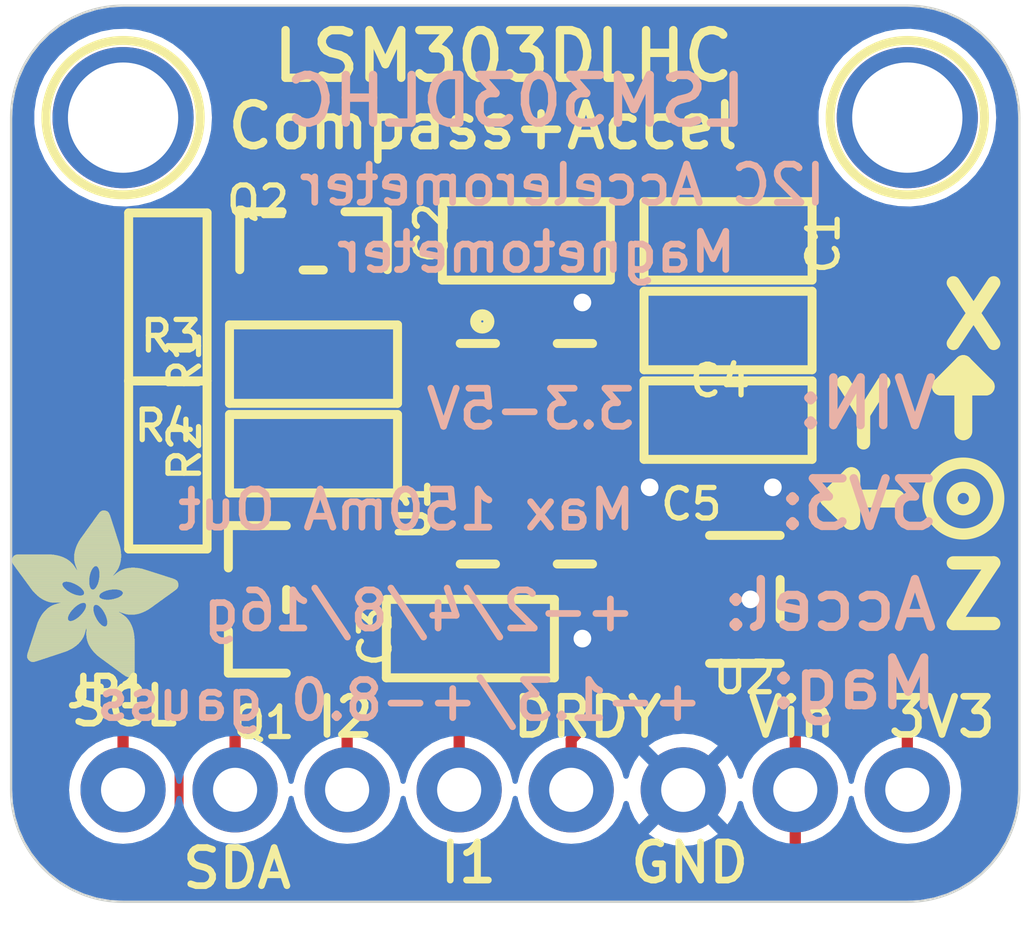
<source format=kicad_pcb>
(kicad_pcb (version 20221018) (generator pcbnew)
  (layers (0 "F.Cu" signal) (31 "B.Cu" signal) (34 "B.Paste" user) (35 "F.Paste" user) (36 "B.SilkS" user "B.Silkscreen") (37 "F.SilkS" user "F.Silkscreen") (38 "B.Mask" user) (39 "F.Mask" user) (44 "Edge.Cuts" user))
  (net 0 "")
  (net 1 "GND")
  (net 2 "VDD")
  (net 3 "N$3")
  (net 4 "N$4")
  (net 5 "N$5")
  (net 6 "N$1")
  (net 7 "N$2")
  (net 8 "SDA_5V")
  (net 9 "SCL_5V")
  (net 10 "VIN")
  (net 11 "DRDY")
  (net 12 "INT2")
  (net 13 "INT1")
  (footprint "working:MOUNTINGHOLE_2.5_PLATED" (layer "F.Cu") (at 157.3911 97.3836)
    (fp_text reference "U$4" hide)
    (fp_text value "MOUNTINGHOLE2.5" hide)
    (pad "P$1" thru_hole circle (at 0 0) (size 3.2 3.2) (drill 2.5) (layers "*.Cu" "*.Mask"))
    (zone (net 0) (net_name "") (layer "B.Cu") (connect_pads (clearance 0)) (min_thickness 0.25)
      (keepout (tracks not_allowed) (vias not_allowed) (pads not_allowed) (copperpour not_allowed) (footprints allowed))
      (fill (thermal_gap 0.5) (thermal_bridge_width 0.5))
      (polygon (pts (xy 159.4071 97.3836) (xy 159.38748 97.103027) (xy 159.329004 96.827915) (xy 159.232808 96.563619) (xy 159.100765 96.315283) (xy 158.935446 96.08774) (xy 158.740067 95.88542) (xy 158.518433 95.71226) (xy 158.274856 95.571631) (xy 158.014078 95.46627) (xy 157.741175 95.398228) (xy 157.461457 95.368828) (xy 157.180371 95.378644) (xy 156.903385 95.427484) (xy 156.635893 95.514397) (xy 156.3831 95.637693) (xy 156.149926 95.79497) (xy 155.940911 95.983169) (xy 155.760122 96.198625) (xy 155.611078 96.437145) (xy 155.49668 96.694087) (xy 155.419154 96.96445) (xy 155.380011 97.242971) (xy 155.380011 97.524229) (xy 155.419154 97.80275) (xy 155.49668 98.073113) (xy 155.611078 98.330055) (xy 155.760122 98.568575) (xy 155.940911 98.784031) (xy 156.149926 98.97223) (xy 156.3831 99.129507) (xy 156.635893 99.252803) (xy 156.903385 99.339716) (xy 157.180371 99.388556) (xy 157.461457 99.398372) (xy 157.741175 99.368972) (xy 158.014078 99.30093) (xy 158.274856 99.195569) (xy 158.518433 99.05494) (xy 158.740067 98.88178) (xy 158.935446 98.67946) (xy 159.100765 98.451917) (xy 159.232808 98.203581) (xy 159.329004 97.939285) (xy 159.38748 97.664173)))
      (polygon (pts (xy 157.3751 97.3836) (xy 157.379786 97.394914) (xy 157.3911 97.3996) (xy 157.402414 97.394914) (xy 157.4071 97.3836) (xy 157.402414 97.372286) (xy 157.3911 97.3676) (xy 157.379786 97.372286)))
    )
  )
  (footprint "working:_0805" (layer "F.Cu") (at 153.3271 100.1776 180)
    (fp_text reference "C1" (at -2.159 0.6985 90) (layer "F.SilkS") (effects (font (size 0.692831 0.692831) (thickness 0.119969)) (justify right)))
    (fp_text value "10µF")
    (pad "1" smd roundrect (at -1.016 0 180) (size 1.2 1.3) (layers "F.Cu" "F.Paste" "F.Mask") (roundrect_rratio 0.08466666667) (net 2 "VDD"))
    (pad "2" smd roundrect (at 1.016 0 180) (size 1.2 1.3) (layers "F.Cu" "F.Paste" "F.Mask") (roundrect_rratio 0.08466666667) (net 1 "GND"))
  )
  (footprint "working:ADAFRUIT_3.5MM" (layer "F.Cu") (at 137.0711 110.0836)
    (fp_text reference "U$17" hide)
    (fp_text value "" hide)
  )
  (footprint "working:LGA14" (layer "F.Cu") (at 148.7551 105.0036 90)
    (fp_text reference "U1" (at -2.032 -2.159 90) (layer "F.SilkS") (effects (font (size 0.666496 0.666496) (thickness 0.146304)) (justify left bottom)))
    (fp_text value "LSM303DLHC")
    (pad "1" smd roundrect (at 2 -1.1 90) (size 0.5 1.2) (layers "F.Cu" "F.Paste" "F.Mask") (roundrect_rratio 0.2032) (net 2 "VDD"))
    (pad "2" smd roundrect (at 1.2 -1.1 270) (size 0.5 1.2) (layers "F.Cu" "F.Paste" "F.Mask") (roundrect_rratio 0.2032) (net 7 "N$2"))
    (pad "3" smd roundrect (at 0.4 -1.1 270) (size 0.5 1.2) (layers "F.Cu" "F.Paste" "F.Mask") (roundrect_rratio 0.2032) (net 6 "N$1"))
    (pad "4" smd roundrect (at -0.4 -1.1 270) (size 0.5 1.2) (layers "F.Cu" "F.Paste" "F.Mask") (roundrect_rratio 0.2032) (net 12 "INT2"))
    (pad "5" smd roundrect (at -1.2 -1.1 270) (size 0.5 1.2) (layers "F.Cu" "F.Paste" "F.Mask") (roundrect_rratio 0.2032) (net 13 "INT1"))
    (pad "6" smd roundrect (at -2 -1.1 270) (size 0.5 1.2) (layers "F.Cu" "F.Paste" "F.Mask") (roundrect_rratio 0.2032) (net 3 "N$3"))
    (pad "7" smd roundrect (at -2.1 0) (size 0.5 1.2) (layers "F.Cu" "F.Paste" "F.Mask") (roundrect_rratio 0.2032) (net 1 "GND"))
    (pad "8" smd roundrect (at -2 1.1 270) (size 0.5 1.2) (layers "F.Cu" "F.Paste" "F.Mask") (roundrect_rratio 0.2032))
    (pad "9" smd roundrect (at -1.2 1.1 270) (size 0.5 1.2) (layers "F.Cu" "F.Paste" "F.Mask") (roundrect_rratio 0.2032) (net 11 "DRDY"))
    (pad "10" smd roundrect (at -0.4 1.1 90) (size 0.5 1.2) (layers "F.Cu" "F.Paste" "F.Mask") (roundrect_rratio 0.2032) (net 1 "GND"))
    (pad "11" smd roundrect (at 0.4 1.1 90) (size 0.5 1.2) (layers "F.Cu" "F.Paste" "F.Mask") (roundrect_rratio 0.2032) (net 1 "GND"))
    (pad "12" smd roundrect (at 1.2 1.1 90) (size 0.5 1.2) (layers "F.Cu" "F.Paste" "F.Mask") (roundrect_rratio 0.2032) (net 4 "N$4"))
    (pad "13" smd roundrect (at 2 1.1 90) (size 0.5 1.2) (layers "F.Cu" "F.Paste" "F.Mask") (roundrect_rratio 0.2032) (net 5 "N$5"))
    (pad "14" smd roundrect (at 2.1 0 180) (size 0.5 1.2) (layers "F.Cu" "F.Paste" "F.Mask") (roundrect_rratio 0.2032) (net 2 "VDD"))
  )
  (footprint "working:FIDUCIAL_1MM" (layer "F.Cu") (at 138.5951 100.6856)
    (fp_text reference "FID1" hide)
    (fp_text value "FIDUCIAL\"\"" hide)
    (pad "1" smd roundrect (at 0 0) (size 1 1) (layers "F.Cu") (roundrect_rratio 0.5))
  )
  (footprint "working:SOT23-5" (layer "F.Cu") (at 153.7081 108.3056 -90)
    (fp_text reference "U2" (at 1.778 -0.762) (layer "F.SilkS") (effects (font (size 0.692831 0.692831) (thickness 0.119969)) (justify right)))
    (fp_text value "RT9193")
    (pad "1" smd roundrect (at -0.95 1.3001 270) (size 0.55 1.2) (layers "F.Cu" "F.Paste" "F.Mask") (roundrect_rratio 0.1847272727) (net 10 "VIN"))
    (pad "2" smd roundrect (at 0 1.3001 270) (size 0.55 1.2) (layers "F.Cu" "F.Paste" "F.Mask") (roundrect_rratio 0.1847272727) (net 1 "GND"))
    (pad "3" smd roundrect (at 0.95 1.3001 270) (size 0.55 1.2) (layers "F.Cu" "F.Paste" "F.Mask") (roundrect_rratio 0.1847272727) (net 10 "VIN"))
    (pad "4" smd roundrect (at 0.95 -1.3001 270) (size 0.55 1.2) (layers "F.Cu" "F.Paste" "F.Mask") (roundrect_rratio 0.1847272727))
    (pad "5" smd roundrect (at -0.95 -1.3001 270) (size 0.55 1.2) (layers "F.Cu" "F.Paste" "F.Mask") (roundrect_rratio 0.1847272727) (net 2 "VDD"))
  )
  (footprint "working:1X08_ROUND_76" (layer "F.Cu") (at 148.5011 112.6236)
    (fp_text reference "JP1" (at -10.2362 -1.8288) (layer "F.SilkS") (effects (font (size 0.666496 0.666496) (thickness 0.146304)) (justify left bottom)))
    (fp_text value "")
    (pad "1" thru_hole circle (at -8.89 0 90) (size 1.9304 1.9304) (drill 1) (layers "*.Cu" "*.Mask") (net 9 "SCL_5V"))
    (pad "2" thru_hole circle (at -6.35 0 90) (size 1.9304 1.9304) (drill 1) (layers "*.Cu" "*.Mask") (net 8 "SDA_5V"))
    (pad "3" thru_hole circle (at -3.81 0 90) (size 1.9304 1.9304) (drill 1) (layers "*.Cu" "*.Mask") (net 12 "INT2"))
    (pad "4" thru_hole circle (at -1.27 0 90) (size 1.9304 1.9304) (drill 1) (layers "*.Cu" "*.Mask") (net 13 "INT1"))
    (pad "5" thru_hole circle (at 1.27 0 90) (size 1.9304 1.9304) (drill 1) (layers "*.Cu" "*.Mask") (net 11 "DRDY"))
    (pad "6" thru_hole circle (at 3.81 0 90) (size 1.9304 1.9304) (drill 1) (layers "*.Cu" "*.Mask") (net 1 "GND"))
    (pad "7" thru_hole circle (at 6.35 0 90) (size 1.9304 1.9304) (drill 1) (layers "*.Cu" "*.Mask") (net 10 "VIN"))
    (pad "8" thru_hole circle (at 8.89 0 90) (size 1.9304 1.9304) (drill 1) (layers "*.Cu" "*.Mask") (net 2 "VDD"))
  )
  (footprint "working:_0805" (layer "F.Cu") (at 143.9291 105.0036 180)
    (fp_text reference "R2" (at 2.921 0.8255 90) (layer "F.SilkS") (effects (font (size 0.692831 0.692831) (thickness 0.119969)) (justify right)))
    (fp_text value "10K")
    (pad "1" smd roundrect (at -1.016 0 180) (size 1.2 1.3) (layers "F.Cu" "F.Paste" "F.Mask") (roundrect_rratio 0.08466666667) (net 6 "N$1"))
    (pad "2" smd roundrect (at 1.016 0 180) (size 1.2 1.3) (layers "F.Cu" "F.Paste" "F.Mask") (roundrect_rratio 0.08466666667) (net 2 "VDD"))
  )
  (footprint "working:_0805" (layer "F.Cu") (at 153.3271 102.2096)
    (fp_text reference "C4" (at 0.5715 1.143) (layer "F.SilkS") (effects (font (size 0.692831 0.692831) (thickness 0.119969)) (justify right)))
    (fp_text value "0.22µF")
    (pad "1" smd roundrect (at -1.016 0) (size 1.2 1.3) (layers "F.Cu" "F.Paste" "F.Mask") (roundrect_rratio 0.08466666667) (net 4 "N$4"))
    (pad "2" smd roundrect (at 1.016 0) (size 1.2 1.3) (layers "F.Cu" "F.Paste" "F.Mask") (roundrect_rratio 0.08466666667) (net 5 "N$5"))
  )
  (footprint "working:_0805" (layer "F.Cu") (at 153.3271 104.2416)
    (fp_text reference "C5" (at -1.5875 1.905) (layer "F.SilkS") (effects (font (size 0.692831 0.692831) (thickness 0.119969)) (justify left)))
    (fp_text value "10µF")
    (pad "1" smd roundrect (at -1.016 0) (size 1.2 1.3) (layers "F.Cu" "F.Paste" "F.Mask") (roundrect_rratio 0.08466666667) (net 10 "VIN"))
    (pad "2" smd roundrect (at 1.016 0) (size 1.2 1.3) (layers "F.Cu" "F.Paste" "F.Mask") (roundrect_rratio 0.08466666667) (net 1 "GND"))
  )
  (footprint "working:MOUNTINGHOLE_2.5_PLATED" (layer "F.Cu") (at 139.6111 97.3836)
    (fp_text reference "U$3" hide)
    (fp_text value "MOUNTINGHOLE2.5" hide)
    (pad "P$1" thru_hole circle (at 0 0) (size 3.2 3.2) (drill 2.5) (layers "*.Cu" "*.Mask"))
    (zone (net 0) (net_name "") (layer "B.Cu") (connect_pads (clearance 0)) (min_thickness 0.25)
      (keepout (tracks not_allowed) (vias not_allowed) (pads not_allowed) (copperpour not_allowed) (footprints allowed))
      (fill (thermal_gap 0.5) (thermal_bridge_width 0.5))
      (polygon (pts (xy 141.6271 97.3836) (xy 141.60748 97.103027) (xy 141.549004 96.827915) (xy 141.452808 96.563619) (xy 141.320765 96.315283) (xy 141.155446 96.08774) (xy 140.960067 95.88542) (xy 140.738433 95.71226) (xy 140.494856 95.571631) (xy 140.234078 95.46627) (xy 139.961175 95.398228) (xy 139.681457 95.368828) (xy 139.400371 95.378644) (xy 139.123385 95.427484) (xy 138.855893 95.514397) (xy 138.6031 95.637693) (xy 138.369926 95.79497) (xy 138.160911 95.983169) (xy 137.980122 96.198625) (xy 137.831078 96.437145) (xy 137.71668 96.694087) (xy 137.639154 96.96445) (xy 137.600011 97.242971) (xy 137.600011 97.524229) (xy 137.639154 97.80275) (xy 137.71668 98.073113) (xy 137.831078 98.330055) (xy 137.980122 98.568575) (xy 138.160911 98.784031) (xy 138.369926 98.97223) (xy 138.6031 99.129507) (xy 138.855893 99.252803) (xy 139.123385 99.339716) (xy 139.400371 99.388556) (xy 139.681457 99.398372) (xy 139.961175 99.368972) (xy 140.234078 99.30093) (xy 140.494856 99.195569) (xy 140.738433 99.05494) (xy 140.960067 98.88178) (xy 141.155446 98.67946) (xy 141.320765 98.451917) (xy 141.452808 98.203581) (xy 141.549004 97.939285) (xy 141.60748 97.664173)))
      (polygon (pts (xy 139.5951 97.3836) (xy 139.599786 97.394914) (xy 139.6111 97.3996) (xy 139.622414 97.394914) (xy 139.6271 97.3836) (xy 139.622414 97.372286) (xy 139.6111 97.3676) (xy 139.599786 97.372286)))
    )
  )
  (footprint "working:_0805" (layer "F.Cu") (at 140.6271 101.4476 -90)
    (fp_text reference "R4" (at 2.921 0.8255) (layer "F.SilkS") (effects (font (size 0.692831 0.692831) (thickness 0.119969)) (justify left)))
    (fp_text value "10K")
    (pad "1" smd roundrect (at -1.016 0 270) (size 1.2 1.3) (layers "F.Cu" "F.Paste" "F.Mask") (roundrect_rratio 0.08466666667) (net 9 "SCL_5V"))
    (pad "2" smd roundrect (at 1.016 0 270) (size 1.2 1.3) (layers "F.Cu" "F.Paste" "F.Mask") (roundrect_rratio 0.08466666667) (net 10 "VIN"))
  )
  (footprint "working:SOT23-WIDE" (layer "F.Cu") (at 142.6591 108.3056 90)
    (fp_text reference "Q1" (at -2.794 -0.635) (layer "F.SilkS") (effects (font (size 0.692831 0.692831) (thickness 0.119969)) (justify left)))
    (fp_text value "BSS138")
    (pad "1" smd roundrect (at -0.95 1 90) (size 1 1.27) (layers "F.Cu" "F.Paste" "F.Mask") (roundrect_rratio 0.1016) (net 2 "VDD"))
    (pad "2" smd roundrect (at 0.95 1 90) (size 1 1.27) (layers "F.Cu" "F.Paste" "F.Mask") (roundrect_rratio 0.1016) (net 6 "N$1"))
    (pad "3" smd roundrect (at 0 -1 90) (size 1 1.27) (layers "F.Cu" "F.Paste" "F.Mask") (roundrect_rratio 0.1016) (net 8 "SDA_5V"))
  )
  (footprint "working:_0805" (layer "F.Cu") (at 148.7551 100.1776)
    (fp_text reference "C2" (at -2.159 0.5715 90) (layer "F.SilkS") (effects (font (size 0.692831 0.692831) (thickness 0.119969)) (justify left)))
    (fp_text value "0.1uF")
    (pad "1" smd roundrect (at -1.016 0) (size 1.2 1.3) (layers "F.Cu" "F.Paste" "F.Mask") (roundrect_rratio 0.08466666667) (net 2 "VDD"))
    (pad "2" smd roundrect (at 1.016 0) (size 1.2 1.3) (layers "F.Cu" "F.Paste" "F.Mask") (roundrect_rratio 0.08466666667) (net 1 "GND"))
  )
  (footprint "working:FIDUCIAL_1MM" (layer "F.Cu") (at 156.8831 108.5596)
    (fp_text reference "FID2" hide)
    (fp_text value "FIDUCIAL\"\"" hide)
    (pad "1" smd roundrect (at 0 0) (size 1 1) (layers "F.Cu") (roundrect_rratio 0.5))
  )
  (footprint "working:_0805" (layer "F.Cu") (at 147.4851 109.1946 180)
    (fp_text reference "C3" (at 2.159 -0.6985 90) (layer "F.SilkS") (effects (font (size 0.692831 0.692831) (thickness 0.119969)) (justify left)))
    (fp_text value "4.70µF")
    (pad "1" smd roundrect (at -1.016 0 180) (size 1.2 1.3) (layers "F.Cu" "F.Paste" "F.Mask") (roundrect_rratio 0.08466666667) (net 1 "GND"))
    (pad "2" smd roundrect (at 1.016 0 180) (size 1.2 1.3) (layers "F.Cu" "F.Paste" "F.Mask") (roundrect_rratio 0.08466666667) (net 3 "N$3"))
  )
  (footprint "working:SOT23-WIDE" (layer "F.Cu") (at 143.9291 100.1776)
    (fp_text reference "Q2" (at -2.032 -0.889) (layer "F.SilkS") (effects (font (size 0.692831 0.692831) (thickness 0.119969)) (justify left)))
    (fp_text value "BSS138")
    (pad "1" smd roundrect (at -0.95 1) (size 1 1.27) (layers "F.Cu" "F.Paste" "F.Mask") (roundrect_rratio 0.1016) (net 2 "VDD"))
    (pad "2" smd roundrect (at 0.95 1) (size 1 1.27) (layers "F.Cu" "F.Paste" "F.Mask") (roundrect_rratio 0.1016) (net 7 "N$2"))
    (pad "3" smd roundrect (at 0 -1) (size 1 1.27) (layers "F.Cu" "F.Paste" "F.Mask") (roundrect_rratio 0.1016) (net 9 "SCL_5V"))
  )
  (footprint "working:_0805" (layer "F.Cu") (at 140.6271 105.2576 90)
    (fp_text reference "R3" (at 2.921 0.8255) (layer "F.SilkS") (effects (font (size 0.692831 0.692831) (thickness 0.119969)) (justify right)))
    (fp_text value "10K")
    (pad "1" smd roundrect (at -1.016 0 90) (size 1.2 1.3) (layers "F.Cu" "F.Paste" "F.Mask") (roundrect_rratio 0.08466666667) (net 8 "SDA_5V"))
    (pad "2" smd roundrect (at 1.016 0 90) (size 1.2 1.3) (layers "F.Cu" "F.Paste" "F.Mask") (roundrect_rratio 0.08466666667) (net 10 "VIN"))
  )
  (footprint "working:_0805" (layer "F.Cu") (at 143.9291 102.9716 180)
    (fp_text reference "R1" (at 2.921 0.8255 90) (layer "F.SilkS") (effects (font (size 0.692831 0.692831) (thickness 0.119969)) (justify right)))
    (fp_text value "10K")
    (pad "1" smd roundrect (at -1.016 0 180) (size 1.2 1.3) (layers "F.Cu" "F.Paste" "F.Mask") (roundrect_rratio 0.08466666667) (net 7 "N$2"))
    (pad "2" smd roundrect (at 1.016 0 180) (size 1.2 1.3) (layers "F.Cu" "F.Paste" "F.Mask") (roundrect_rratio 0.08466666667) (net 2 "VDD"))
  )
  (gr_line (start 158.6611 104.4956) (end 158.6611 102.9716) (stroke (width 0.4064)) (layer "F.SilkS"))
  (gr_line (start 156.1211 106.5276) (end 155.6131 106.0196) (stroke (width 0.4064)) (layer "F.SilkS"))
  (gr_line (start 156.1211 106.0196) (end 156.1211 106.5276) (stroke (width 0.4064)) (layer "F.SilkS"))
  (gr_circle (center 158.6611 106.0196) (end 159.464315 106.0196) (stroke (width 0.254)) (fill none) (layer "F.SilkS"))
  (gr_line (start 156.1211 105.5116) (end 156.1211 106.0196) (stroke (width 0.4064)) (layer "F.SilkS"))
  (gr_line (start 156.1211 106.0196) (end 155.6131 106.0196) (stroke (width 0.4064)) (layer "F.SilkS"))
  (gr_circle (center 158.6611 106.0196) (end 158.9151 106.0196) (stroke (width 0.254)) (fill none) (layer "F.SilkS"))
  (gr_line (start 157.1371 106.0196) (end 156.1211 106.0196) (stroke (width 0.4064)) (layer "F.SilkS"))
  (gr_line (start 155.6131 106.0196) (end 156.1211 105.5116) (stroke (width 0.4064)) (layer "F.SilkS"))
  (gr_line (start 158.6611 102.9716) (end 158.1531 103.4796) (stroke (width 0.4064)) (layer "F.SilkS"))
  (gr_line (start 159.1691 103.4796) (end 158.6611 102.9716) (stroke (width 0.4064)) (layer "F.SilkS"))
  (gr_line (start 158.1531 103.4796) (end 159.1691 103.4796) (stroke (width 0.4064)) (layer "F.SilkS"))
  (gr_line (start 137.0711 112.6236) (end 137.0711 97.3836) (stroke (width 0.05)) (layer "Edge.Cuts"))
  (gr_arc (start 157.3911 94.8436) (mid 159.187151 95.587549) (end 159.9311 97.3836) (stroke (width 0.05)) (layer "Edge.Cuts"))
  (gr_line (start 157.3911 115.1636) (end 139.6111 115.1636) (stroke (width 0.05)) (layer "Edge.Cuts"))
  (gr_line (start 139.6111 94.8436) (end 157.3911 94.8436) (stroke (width 0.05)) (layer "Edge.Cuts"))
  (gr_arc (start 159.9311 112.6236) (mid 159.187151 114.419651) (end 157.3911 115.1636) (stroke (width 0.05)) (layer "Edge.Cuts"))
  (gr_arc (start 139.6111 115.1636) (mid 137.815049 114.419651) (end 137.0711 112.6236) (stroke (width 0.05)) (layer "Edge.Cuts"))
  (gr_arc (start 137.0711 97.3836) (mid 137.815049 95.587549) (end 139.6111 94.8436) (stroke (width 0.05)) (layer "Edge.Cuts"))
  (gr_line (start 159.9311 97.3836) (end 159.9311 112.6236) (stroke (width 0.05)) (layer "Edge.Cuts"))
  (gr_text "Accel:" (at 158.1531 109.0676) (layer "B.SilkS") (effects (font (size 1.0795 1.0795) (thickness 0.1905)) (justify left bottom mirror)))
  (gr_text "I2C Accelerometer" (at 155.6131 99.4156) (layer "B.SilkS") (effects (font (size 0.8636 0.8636) (thickness 0.1524)) (justify left bottom mirror)))
  (gr_text "3.3-5V" (at 151.2951 104.4956) (layer "B.SilkS") (effects (font (size 0.8636 0.8636) (thickness 0.1524)) (justify left bottom mirror)))
  (gr_text "Mag:" (at 158.1531 110.8456) (layer "B.SilkS") (effects (font (size 1.0795 1.0795) (thickness 0.1905)) (justify left bottom mirror)))
  (gr_text "Max 150mA Out" (at 151.2951 106.7816) (layer "B.SilkS") (effects (font (size 0.8636 0.8636) (thickness 0.1524)) (justify left bottom mirror)))
  (gr_text "VIN:" (at 158.1531 104.4956) (layer "B.SilkS") (effects (font (size 1.0795 1.0795) (thickness 0.1905)) (justify left bottom mirror)))
  (gr_text "LSM303DLHC" (at 153.8351 97.6376) (layer "B.SilkS") (effects (font (size 1.0795 1.0795) (thickness 0.1905)) (justify left bottom mirror)))
  (gr_text "Magnetometer" (at 153.5811 100.9396) (layer "B.SilkS") (effects (font (size 0.8636 0.8636) (thickness 0.1524)) (justify left bottom mirror)))
  (gr_text "+-1.3/+-8.0 gauss" (at 152.8191 111.0996) (layer "B.SilkS") (effects (font (size 0.8636 0.8636) (thickness 0.1524)) (justify left bottom mirror)))
  (gr_text "+-2/4/8/16g" (at 151.2951 109.0676) (layer "B.SilkS") (effects (font (size 0.8636 0.8636) (thickness 0.1524)) (justify left bottom mirror)))
  (gr_text "3V3:" (at 158.1531 106.7816) (layer "B.SilkS") (effects (font (size 1.0795 1.0795) (thickness 0.1905)) (justify left bottom mirror)))
  (gr_text "SCL" (at 138.3411 111.2266) (layer "F.SilkS") (effects (font (size 0.8636 0.8636) (thickness 0.1524)) (justify left bottom)))
  (gr_text "3V3" (at 156.8831 111.4806) (layer "F.SilkS") (effects (font (size 0.8636 0.8636) (thickness 0.1524)) (justify left bottom)))
  (gr_text "LSM303DLHC" (at 142.9131 96.6216) (layer "F.SilkS") (effects (font (size 1.0795 1.0795) (thickness 0.1905)) (justify left bottom)))
  (gr_text "I2" (at 143.9291 111.4806) (layer "F.SilkS") (effects (font (size 0.8636 0.8636) (thickness 0.1524)) (justify left bottom)))
  (gr_text "Vin" (at 153.7081 111.4806) (layer "F.SilkS") (effects (font (size 0.8636 0.8636) (thickness 0.1524)) (justify left bottom)))
  (gr_text "Z" (at 158.0391 109.0366) (layer "F.SilkS") (effects (font (size 1.374648 1.374648) (thickness 0.301752)) (justify left bottom)))
  (gr_text "SDA" (at 140.8811 114.9096) (layer "F.SilkS") (effects (font (size 0.8636 0.8636) (thickness 0.1524)) (justify left bottom)))
  (gr_text "Y" (at 155.6111 104.9416) (layer "F.SilkS") (effects (font (size 1.374648 1.374648) (thickness 0.301752)) (justify left bottom)))
  (gr_text "X" (at 158.0391 102.6866) (layer "F.SilkS") (effects (font (size 1.374648 1.374648) (thickness 0.301752)) (justify left bottom)))
  (gr_text "DRDY" (at 148.3741 111.4806) (layer "F.SilkS") (effects (font (size 0.8636 0.8636) (thickness 0.1524)) (justify left bottom)))
  (gr_text "GND" (at 151.0411 114.7826) (layer "F.SilkS") (effects (font (size 0.8636 0.8636) (thickness 0.1524)) (justify left bottom)))
  (gr_text "I1" (at 146.7231 114.7826) (layer "F.SilkS") (effects (font (size 0.8636 0.8636) (thickness 0.1524)) (justify left bottom)))
  (gr_text "Compass+Accel" (at 141.8971 98.1456) (layer "F.SilkS") (effects (font (size 0.97155 0.97155) (thickness 0.17145)) (justify left bottom)))
  (segment (start 151.5491 105.2576) (end 151.5491 105.7656) (width 0.254) (layer "F.Cu") (net 1))
  (segment (start 149.8551 104.6036) (end 150.8951 104.6036) (width 0.254) (layer "F.Cu") (net 1))
  (segment (start 149.8551 105.4036) (end 151.1491 105.4036) (width 0.254) (layer "F.Cu") (net 1))
  (segment (start 149.7711 100.1776) (end 150.0251 100.1776) (width 0.254) (layer "F.Cu") (net 1))
  (segment (start 152.408 108.3056) (end 153.8351 108.3056) (width 0.254) (layer "F.Cu") (net 1))
  (segment (start 154.3431 104.2416) (end 154.3431 105.7656) (width 0.254) (layer "F.Cu") (net 1))
  (segment (start 150.0251 100.1776) (end 150.0251 101.5746) (width 0.254) (layer "F.Cu") (net 1))
  (segment (start 148.7551 109.3216) (end 148.5011 109.1946) (width 0.254) (layer "F.Cu") (net 1))
  (segment (start 148.7551 107.1036) (end 148.7551 109.3216) (width 0.254) (layer "F.Cu") (net 1))
  (segment (start 151.1491 105.4036) (end 151.5491 105.7656) (width 0.254) (layer "F.Cu") (net 1))
  (segment (start 148.5011 109.1946) (end 150.0251 109.1946) (width 0.254) (layer "F.Cu") (net 1))
  (segment (start 150.8951 104.6036) (end 151.5491 105.2576) (width 0.254) (layer "F.Cu") (net 1))
  (segment (start 152.3111 100.1776) (end 149.7711 100.1776) (width 0.254) (layer "F.Cu") (net 1))
  (via (at 153.8351 108.3056) (size 0.908) (drill 0.4) (layers "F.Cu" "B.Cu") (net 1))
  (via (at 150.0251 101.5746) (size 0.908) (drill 0.4) (layers "F.Cu" "B.Cu") (net 1))
  (via (at 151.5491 105.7656) (size 0.908) (drill 0.4) (layers "F.Cu" "B.Cu") (net 1))
  (via (at 150.0251 109.1946) (size 0.908) (drill 0.4) (layers "F.Cu" "B.Cu") (net 1))
  (via (at 154.3431 105.7656) (size 0.908) (drill 0.4) (layers "F.Cu" "B.Cu") (net 1))
  (segment (start 151.5491 105.7656) (end 151.8031 105.7656) (width 0.254) (layer "B.Cu") (net 1))
  (segment (start 143.5931 109.0676) (end 143.6591 109.2556) (width 0.254) (layer "F.Cu") (net 2))
  (segment (start 157.3911 112.6236) (end 157.3911 110.3376) (width 0.254) (layer "F.Cu") (net 2))
  (segment (start 148.5011 98.9076) (end 147.7391 99.6696) (width 0.254) (layer "F.Cu") (net 2))
  (segment (start 158.1531 109.5756) (end 158.1531 108.0516) (width 0.254) (layer "F.Cu") (net 2))
  (segment (start 153.0731 98.9076) (end 148.5011 98.9076) (width 0.254) (layer "F.Cu") (net 2))
  (segment (start 147.7391 100.1776) (end 143.1671 100.1776) (width 0.254) (layer "F.Cu") (net 2))
  (segment (start 154.3431 100.1776) (end 153.0731 98.9076) (width 0.254) (layer "F.Cu") (net 2))
  (segment (start 142.9791 101.1776) (end 142.9791 102.9056) (width 0.254) (layer "F.Cu") (net 2))
  (segment (start 155.88775 100.1776) (end 155.88775 106.782344) (width 0.254) (layer "F.Cu") (net 2))
  (segment (start 142.9131 109.0676) (end 143.5931 109.0676) (width 0.254) (layer "F.Cu") (net 2))
  (segment (start 142.6591 108.8136) (end 142.9131 109.0676) (width 0.254) (layer "F.Cu") (net 2))
  (segment (start 155.8671 107.3556) (end 157.4571 107.3556) (width 0.254) (layer "F.Cu") (net 2))
  (segment (start 142.9791 100.3656) (end 143.1671 100.1776) (width 0.254) (layer "F.Cu") (net 2))
  (segment (start 142.9791 101.1776) (end 142.9791 100.3656) (width 0.254) (layer "F.Cu") (net 2))
  (segment (start 142.9131 105.0036) (end 142.9131 105.2576) (width 0.254) (layer "F.Cu") (net 2))
  (segment (start 147.7391 99.6696) (end 147.7391 100.1776) (width 0.254) (layer "F.Cu") (net 2))
  (segment (start 148.7551 101.9556) (end 147.7391 101.9556) (width 0.254) (layer "F.Cu") (net 2))
  (segment (start 158.1531 108.0516) (end 157.4571 107.3556) (width 0.254) (layer "F.Cu") (net 2))
  (segment (start 142.9131 102.9716) (end 142.9131 105.0036) (width 0.254) (layer "F.Cu") (net 2))
  (segment (start 142.9131 105.2576) (end 142.6591 105.2576) (width 0.254) (layer "F.Cu") (net 2))
  (segment (start 155.0082 107.3556) (end 155.8671 107.3556) (width 0.254) (layer "F.Cu") (net 2))
  (segment (start 157.3911 110.3376) (end 158.1531 109.5756) (width 0.254) (layer "F.Cu") (net 2))
  (segment (start 142.6591 105.2576) (end 142.6591 108.8136) (width 0.254) (layer "F.Cu") (net 2))
  (segment (start 147.7391 100.1776) (end 147.7391 101.9556) (width 0.254) (layer "F.Cu") (net 2))
  (segment (start 154.3431 100.1776) (end 155.88775 100.1776) (width 0.254) (layer "F.Cu") (net 2))
  (segment (start 142.9791 102.9056) (end 142.9131 102.9716) (width 0.254) (layer "F.Cu") (net 2))
  (segment (start 155.88775 106.782344) (end 155.8671 107.3556) (width 0.254) (layer "F.Cu") (net 2))
  (segment (start 147.7391 101.9556) (end 147.7391 102.9196) (width 0.254) (layer "F.Cu") (net 2))
  (segment (start 147.7391 102.9196) (end 147.6551 103.0036) (width 0.254) (layer "F.Cu") (net 2))
  (segment (start 148.7551 102.9036) (end 148.7551 101.9556) (width 0.254) (layer "F.Cu") (net 2))
  (segment (start 146.8821 107.0036) (end 146.4691 107.4166) (width 0.254) (layer "F.Cu") (net 3))
  (segment (start 146.4691 107.4166) (end 146.4691 109.1946) (width 0.254) (layer "F.Cu") (net 3))
  (segment (start 147.6551 107.0036) (end 146.8821 107.0036) (width 0.254) (layer "F.Cu") (net 3))
  (segment (start 149.8551 103.8036) (end 150.4631 103.8036) (width 0.254) (layer "F.Cu") (net 4))
  (segment (start 152.8191 102.4636) (end 152.3111 102.2096) (width 0.254) (layer "F.Cu") (net 4))
  (segment (start 152.5651 102.7176) (end 152.8191 102.4636) (width 0.254) (layer "F.Cu") (net 4))
  (segment (start 151.5491 102.7176) (end 152.5651 102.7176) (width 0.254) (layer "F.Cu") (net 4))
  (segment (start 150.4631 103.8036) (end 151.5491 102.7176) (width 0.254) (layer "F.Cu") (net 4))
  (segment (start 149.8551 103.0036) (end 149.8551 102.8876) (width 0.254) (layer "F.Cu") (net 5))
  (segment (start 149.8551 102.8876) (end 151.5491 101.1936) (width 0.254) (layer "F.Cu") (net 5))
  (segment (start 153.3271 101.1936) (end 154.3431 102.2096) (width 0.254) (layer "F.Cu") (net 5))
  (segment (start 153.3271 101.1936) (end 151.5491 101.1936) (width 0.254) (layer "F.Cu") (net 5))
  (segment (start 144.9451 105.7656) (end 144.9451 105.0036) (width 0.254) (layer "F.Cu") (net 6))
  (segment (start 143.6591 106.2896) (end 143.9291 106.0196) (width 0.254) (layer "F.Cu") (net 6))
  (segment (start 145.3071 104.6036) (end 144.9451 105.0036) (width 0.254) (layer "F.Cu") (net 6))
  (segment (start 143.9291 106.0196) (end 144.6911 106.0196) (width 0.254) (layer "F.Cu") (net 6))
  (segment (start 144.6911 106.0196) (end 144.9451 105.7656) (width 0.254) (layer "F.Cu") (net 6))
  (segment (start 143.6591 107.3556) (end 143.6591 106.2896) (width 0.254) (layer "F.Cu") (net 6))
  (segment (start 147.6551 104.6036) (end 145.3071 104.6036) (width 0.254) (layer "F.Cu") (net 6))
  (segment (start 145.7071 102.9716) (end 144.9451 102.9716) (width 0.254) (layer "F.Cu") (net 7))
  (segment (start 144.8791 102.9056) (end 144.9451 102.9716) (width 0.254) (layer "F.Cu") (net 7))
  (segment (start 147.6551 103.8036) (end 146.5391 103.8036) (width 0.254) (layer "F.Cu") (net 7))
  (segment (start 146.5391 103.8036) (end 145.7071 102.9716) (width 0.254) (layer "F.Cu") (net 7))
  (segment (start 144.8791 101.1776) (end 144.8791 102.9056) (width 0.254) (layer "F.Cu") (net 7))
  (segment (start 141.6591 108.3056) (end 141.6591 109.8456) (width 0.254) (layer "F.Cu") (net 8))
  (segment (start 142.1511 110.3376) (end 142.1511 112.6236) (width 0.254) (layer "F.Cu") (net 8))
  (segment (start 141.6591 109.8456) (end 142.1511 110.3376) (width 0.254) (layer "F.Cu") (net 8))
  (segment (start 141.3891 106.7816) (end 140.6271 106.2736) (width 0.254) (layer "F.Cu") (net 8))
  (segment (start 141.6591 108.3056) (end 141.6591 107.0516) (width 0.254) (layer "F.Cu") (net 8))
  (segment (start 141.6591 107.0516) (end 141.3891 106.7816) (width 0.254) (layer "F.Cu") (net 8))
  (segment (start 141.3891 100.6856) (end 140.6271 100.4316) (width 0.254) (layer "F.Cu") (net 9))
  (segment (start 137.9601 103.2256) (end 137.9601 107.9246) (width 0.254) (layer "F.Cu") (net 9))
  (segment (start 143.9291 99.1776) (end 142.8971 99.1776) (width 0.254) (layer "F.Cu") (net 9))
  (segment (start 142.8971 99.1776) (end 141.3891 100.6856) (width 0.254) (layer "F.Cu") (net 9))
  (segment (start 140.6271 100.5586) (end 137.9601 103.2256) (width 0.254) (layer "F.Cu") (net 9))
  (segment (start 140.6271 100.4316) (end 140.6271 100.5586) (width 0.254) (layer "F.Cu") (net 9))
  (segment (start 139.6111 109.5756) (end 139.6111 112.6236) (width 0.254) (layer "F.Cu") (net 9))
  (segment (start 137.9601 107.9246) (end 139.6111 109.5756) (width 0.254) (layer "F.Cu") (net 9))
  (segment (start 152.408 109.2556) (end 153.6421 109.2556) (width 0.254) (layer "F.Cu") (net 10))
  (segment (start 140.8811 109.9566) (end 140.8811 114.1476) (width 0.2032) (layer "F.Cu") (net 10))
  (segment (start 153.9621 109.5756) (end 153.9621 110.4646) (width 0.254) (layer "F.Cu") (net 10))
  (segment (start 141.1351 114.4016) (end 154.5971 114.4016) (width 0.254) (layer "F.Cu") (net 10))
  (segment (start 152.408 107.3556) (end 151.6101 107.3556) (width 0.254) (layer "F.Cu") (net 10))
  (segment (start 140.6271 104.2416) (end 139.1031 104.2416) (width 0.254) (layer "F.Cu") (net 10))
  (segment (start 151.6101 109.2556) (end 151.4221 109.0676) (width 0.254) (layer "F.Cu") (net 10))
  (segment (start 139.1031 104.2416) (end 139.1031 108.1786) (width 0.254) (layer "F.Cu") (net 10))
  (segment (start 154.8511 111.3536) (end 154.8511 112.6236) (width 0.254) (layer "F.Cu") (net 10))
  (segment (start 153.6421 109.2556) (end 153.9621 109.5756) (width 0.254) (layer "F.Cu") (net 10))
  (segment (start 140.6271 102.4636) (end 140.6271 104.2416) (width 0.254) (layer "F.Cu") (net 10))
  (segment (start 154.8511 114.1476) (end 154.8511 112.6236) (width 0.254) (layer "F.Cu") (net 10))
  (segment (start 152.3111 104.2416) (end 152.5651 104.4956) (width 0.254) (layer "F.Cu") (net 10))
  (segment (start 152.5651 107.1985) (end 152.408 107.3556) (width 0.254) (layer "F.Cu") (net 10))
  (segment (start 140.8811 114.1476) (end 141.1351 114.4016) (width 0.2032) (layer "F.Cu") (net 10))
  (segment (start 152.5651 104.4956) (end 152.5651 107.1985) (width 0.254) (layer "F.Cu") (net 10))
  (segment (start 152.408 109.2556) (end 151.6101 109.2556) (width 0.254) (layer "F.Cu") (net 10))
  (segment (start 151.4221 109.0676) (end 151.4221 107.5436) (width 0.254) (layer "F.Cu") (net 10))
  (segment (start 151.6101 107.3556) (end 151.4221 107.5436) (width 0.254) (layer "F.Cu") (net 10))
  (segment (start 153.9621 110.4646) (end 154.8511 111.3536) (width 0.254) (layer "F.Cu") (net 10))
  (segment (start 139.1031 108.1786) (end 140.8811 109.9566) (width 0.254) (layer "F.Cu") (net 10))
  (segment (start 154.5971 114.4016) (end 154.8511 114.1476) (width 0.254) (layer "F.Cu") (net 10))
  (segment (start 150.9141 106.5276) (end 150.9141 110.3376) (width 0.254) (layer "F.Cu") (net 11))
  (segment (start 150.5901 106.2036) (end 150.9141 106.5276) (width 0.254) (layer "F.Cu") (net 11))
  (segment (start 149.8551 106.2036) (end 150.5901 106.2036) (width 0.254) (layer "F.Cu") (net 11))
  (segment (start 149.7711 111.4806) (end 149.7711 112.6236) (width 0.254) (layer "F.Cu") (net 11))
  (segment (start 150.9141 110.3376) (end 149.7711 111.4806) (width 0.254) (layer "F.Cu") (net 11))
  (segment (start 146.5771 105.4036) (end 144.6911 107.2896) (width 0.254) (layer "F.Cu") (net 12))
  (segment (start 144.6911 107.2896) (end 144.6911 112.6236) (width 0.254) (layer "F.Cu") (net 12))
  (segment (start 147.6551 105.4036) (end 146.5771 105.4036) (width 0.254) (layer "F.Cu") (net 12))
  (segment (start 145.3261 107.5436) (end 145.3261 110.4646) (width 0.254) (layer "F.Cu") (net 13))
  (segment (start 147.2311 111.2266) (end 147.2311 112.6236) (width 0.254) (layer "F.Cu") (net 13))
  (segment (start 145.7071 110.8456) (end 146.8501 110.8456) (width 0.254) (layer "F.Cu") (net 13))
  (segment (start 146.8501 110.8456) (end 147.2311 111.2266) (width 0.254) (layer "F.Cu") (net 13))
  (segment (start 147.6551 106.2036) (end 146.6661 106.2036) (width 0.254) (layer "F.Cu") (net 13))
  (segment (start 146.6661 106.2036) (end 145.3261 107.5436) (width 0.254) (layer "F.Cu") (net 13))
  (segment (start 145.3261 110.4646) (end 145.7071 110.8456) (width 0.254) (layer "F.Cu") (net 13))
  (zone (net 1) (net_name "GND") (layer "B.Cu") (priority 6) (connect_pads (clearance 0.254)) (min_thickness 0.127) (fill yes (thermal_gap 0.304) (thermal_bridge_width 0.304))
    (polygon (pts (xy 160.0581 115.2906) (xy 136.9441 115.2906) (xy 136.9441 94.7166) (xy 160.0581 94.7166)))
  )
)
</source>
